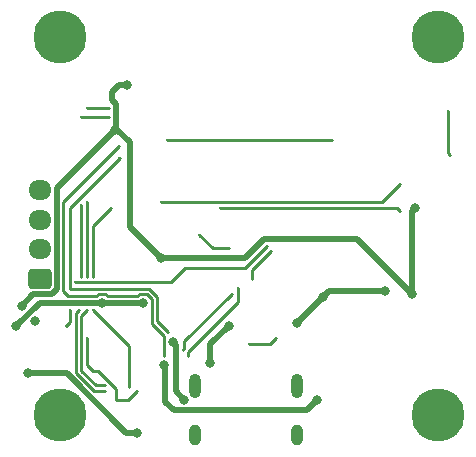
<source format=gbl>
G04 #@! TF.GenerationSoftware,KiCad,Pcbnew,7.0.6*
G04 #@! TF.CreationDate,2025-03-26T20:14:53+01:00*
G04 #@! TF.ProjectId,Stepper ESP,53746570-7065-4722-9045-53502e6b6963,rev?*
G04 #@! TF.SameCoordinates,Original*
G04 #@! TF.FileFunction,Copper,L2,Bot*
G04 #@! TF.FilePolarity,Positive*
%FSLAX46Y46*%
G04 Gerber Fmt 4.6, Leading zero omitted, Abs format (unit mm)*
G04 Created by KiCad (PCBNEW 7.0.6) date 2025-03-26 20:14:53*
%MOMM*%
%LPD*%
G01*
G04 APERTURE LIST*
G04 Aperture macros list*
%AMRoundRect*
0 Rectangle with rounded corners*
0 $1 Rounding radius*
0 $2 $3 $4 $5 $6 $7 $8 $9 X,Y pos of 4 corners*
0 Add a 4 corners polygon primitive as box body*
4,1,4,$2,$3,$4,$5,$6,$7,$8,$9,$2,$3,0*
0 Add four circle primitives for the rounded corners*
1,1,$1+$1,$2,$3*
1,1,$1+$1,$4,$5*
1,1,$1+$1,$6,$7*
1,1,$1+$1,$8,$9*
0 Add four rect primitives between the rounded corners*
20,1,$1+$1,$2,$3,$4,$5,0*
20,1,$1+$1,$4,$5,$6,$7,0*
20,1,$1+$1,$6,$7,$8,$9,0*
20,1,$1+$1,$8,$9,$2,$3,0*%
G04 Aperture macros list end*
G04 #@! TA.AperFunction,ComponentPad*
%ADD10O,1.000000X1.800000*%
G04 #@! TD*
G04 #@! TA.AperFunction,ComponentPad*
%ADD11O,1.000000X2.100000*%
G04 #@! TD*
G04 #@! TA.AperFunction,ComponentPad*
%ADD12RoundRect,0.250000X0.725000X-0.600000X0.725000X0.600000X-0.725000X0.600000X-0.725000X-0.600000X0*%
G04 #@! TD*
G04 #@! TA.AperFunction,ComponentPad*
%ADD13O,1.950000X1.700000*%
G04 #@! TD*
G04 #@! TA.AperFunction,ViaPad*
%ADD14C,0.800000*%
G04 #@! TD*
G04 #@! TA.AperFunction,ViaPad*
%ADD15C,0.300000*%
G04 #@! TD*
G04 #@! TA.AperFunction,ViaPad*
%ADD16C,4.500000*%
G04 #@! TD*
G04 #@! TA.AperFunction,Conductor*
%ADD17C,0.500000*%
G04 #@! TD*
G04 #@! TA.AperFunction,Conductor*
%ADD18C,0.250000*%
G04 #@! TD*
G04 APERTURE END LIST*
D10*
X114750000Y-79250000D03*
D11*
X114750000Y-75050000D03*
X106110000Y-75050000D03*
D10*
X106110000Y-79250000D03*
D12*
X93000000Y-66000000D03*
D13*
X93000000Y-63500000D03*
X93000000Y-61000000D03*
X93000000Y-58500000D03*
D14*
X124750000Y-60000000D03*
D15*
X127600000Y-51750000D03*
X127750000Y-55500000D03*
X97000000Y-71000000D03*
X97500000Y-73750000D03*
X99500000Y-76250000D03*
X101250000Y-75500000D03*
X99750000Y-55750000D03*
X99750000Y-54750000D03*
X111000500Y-66000000D03*
X112603201Y-63603201D03*
D16*
X94750000Y-45500000D03*
X94750000Y-77500000D03*
X126750000Y-77500000D03*
X126750000Y-45500000D03*
D15*
X117750000Y-54250000D03*
X96500000Y-52250000D03*
X96500000Y-59750000D03*
X96500000Y-65799500D03*
X96329365Y-68599089D03*
X98849500Y-52250000D03*
X98500000Y-75500000D03*
X98849014Y-51500000D03*
X97000000Y-51500000D03*
X97000000Y-59500000D03*
X97000000Y-65799500D03*
X98500000Y-75000000D03*
X97000000Y-68599500D03*
D14*
X91500000Y-68250000D03*
X99375000Y-53375000D03*
X122250000Y-67000000D03*
D15*
X112250000Y-63250000D03*
X113000000Y-71000000D03*
X110750000Y-71500000D03*
X95250000Y-70000000D03*
X95585523Y-68664477D03*
X99000000Y-60000000D03*
X96000000Y-66250000D03*
X97500000Y-65799500D03*
X97500000Y-68599500D03*
X100585523Y-75164477D03*
X106500000Y-62250000D03*
X109000000Y-63393246D03*
X109774500Y-66750000D03*
X105574000Y-72500000D03*
X103500000Y-72500000D03*
X103750000Y-54250000D03*
D14*
X100411789Y-49589267D03*
X103250000Y-64250000D03*
D15*
X109250000Y-67250000D03*
X105099500Y-72000000D03*
D14*
X109000000Y-70000000D03*
X107459140Y-73139500D03*
D15*
X103854027Y-70508076D03*
X108250000Y-59974500D03*
X123500000Y-60250000D03*
X103250000Y-59500000D03*
X123500000Y-58000000D03*
D14*
X116500000Y-76250000D03*
X91000000Y-70000000D03*
X101750000Y-68000000D03*
X98275499Y-68000000D03*
X92600688Y-69600688D03*
X103500000Y-73249503D03*
X124500000Y-67250000D03*
X117000000Y-67500000D03*
X114750000Y-69750000D03*
X101250000Y-79000000D03*
X92000000Y-74000000D03*
X104277341Y-71372659D03*
X105250000Y-76250000D03*
D17*
X124500000Y-60250000D02*
X124750000Y-60000000D01*
X124500000Y-67250000D02*
X124500000Y-60250000D01*
D18*
X127600000Y-55350000D02*
X127600000Y-51750000D01*
X127750000Y-55500000D02*
X127600000Y-55350000D01*
X97000000Y-71000000D02*
X97000000Y-73250000D01*
X97000000Y-73250000D02*
X97500000Y-73750000D01*
X99500000Y-75328248D02*
X99500000Y-76250000D01*
X97921752Y-73750000D02*
X99500000Y-75328248D01*
X97500000Y-73750000D02*
X97921752Y-73750000D01*
X100500000Y-76250000D02*
X99500000Y-76250000D01*
X101250000Y-75500000D02*
X100500000Y-76250000D01*
X99762299Y-55762299D02*
X99750000Y-55750000D01*
X107643246Y-63393246D02*
X106500000Y-62250000D01*
X109000000Y-63393246D02*
X107643246Y-63393246D01*
X105574000Y-72176000D02*
X105574000Y-72500000D01*
X109774500Y-67975500D02*
X105574000Y-72176000D01*
X109774500Y-66750000D02*
X109774500Y-67975500D01*
X112603201Y-63603201D02*
X111000500Y-65205902D01*
X111000500Y-65205902D02*
X111000500Y-66000000D01*
X105225000Y-71874500D02*
X105099500Y-72000000D01*
X105225000Y-71275000D02*
X105225000Y-71874500D01*
X109250000Y-67250000D02*
X105225000Y-71275000D01*
D17*
X104500000Y-75500000D02*
X105250000Y-76250000D01*
X104500000Y-71595318D02*
X104500000Y-75500000D01*
X104277341Y-71372659D02*
X104500000Y-71595318D01*
X110401471Y-64250000D02*
X103250000Y-64250000D01*
X112001471Y-62650000D02*
X110401471Y-64250000D01*
X124500000Y-67250000D02*
X119900000Y-62650000D01*
X119900000Y-62650000D02*
X112001471Y-62650000D01*
X107459140Y-71540860D02*
X109000000Y-70000000D01*
X107459140Y-73139500D02*
X107459140Y-71540860D01*
X100300431Y-79000000D02*
X101250000Y-79000000D01*
X95300431Y-74000000D02*
X100300431Y-79000000D01*
X92000000Y-74000000D02*
X95300431Y-74000000D01*
D18*
X96500000Y-52250000D02*
X98849500Y-52250000D01*
X96500000Y-65799500D02*
X96500000Y-59750000D01*
X96050000Y-68878454D02*
X96329365Y-68599089D01*
X96050000Y-73936396D02*
X96050000Y-68878454D01*
X97613604Y-75500000D02*
X96050000Y-73936396D01*
X98500000Y-75500000D02*
X97613604Y-75500000D01*
X96500000Y-69099500D02*
X97000000Y-68599500D01*
X96500000Y-73750000D02*
X96500000Y-69099500D01*
X98500000Y-75000000D02*
X97750000Y-75000000D01*
X97750000Y-75000000D02*
X96500000Y-73750000D01*
X97000000Y-51500000D02*
X98849014Y-51500000D01*
D17*
X100612299Y-61612299D02*
X103250000Y-64250000D01*
X100612299Y-54410217D02*
X100612299Y-61612299D01*
X99375000Y-53375000D02*
X99577082Y-53375000D01*
X99708651Y-49589267D02*
X100411789Y-49589267D01*
X99577082Y-53375000D02*
X100612299Y-54410217D01*
X99150000Y-50147918D02*
X99708651Y-49589267D01*
X99150000Y-50851375D02*
X99150000Y-50147918D01*
X99449014Y-51150389D02*
X99150000Y-50851375D01*
X99449014Y-53300986D02*
X99449014Y-51150389D01*
X99375000Y-53375000D02*
X99449014Y-53300986D01*
X92450000Y-67300000D02*
X91500000Y-68250000D01*
X94014949Y-67300000D02*
X92450000Y-67300000D01*
X94425000Y-58325000D02*
X94425000Y-66889949D01*
X94425000Y-66889949D02*
X94014949Y-67300000D01*
X99375000Y-53375000D02*
X94425000Y-58325000D01*
D18*
X97000000Y-61328248D02*
X97000000Y-59500000D01*
X97000000Y-65799500D02*
X97000000Y-61328248D01*
X95585523Y-69664477D02*
X95585523Y-68664477D01*
X95250000Y-70000000D02*
X95585523Y-69664477D01*
X97500000Y-65799500D02*
X97500000Y-61500000D01*
X97500000Y-61500000D02*
X99000000Y-60000000D01*
X100585523Y-71685023D02*
X100585523Y-75164477D01*
X97500000Y-68599500D02*
X100585523Y-71685023D01*
D17*
X117500000Y-67000000D02*
X117000000Y-67500000D01*
X122250000Y-67000000D02*
X117500000Y-67000000D01*
D18*
X96024500Y-66274500D02*
X96000000Y-66250000D01*
X104126828Y-66274500D02*
X96024500Y-66274500D01*
X105326328Y-65075000D02*
X104126828Y-66274500D01*
X112250000Y-63250000D02*
X110425000Y-65075000D01*
X110425000Y-65075000D02*
X105326328Y-65075000D01*
X112500000Y-71500000D02*
X113000000Y-71000000D01*
X110750000Y-71500000D02*
X112500000Y-71500000D01*
X95525000Y-59999598D02*
X99762299Y-55762299D01*
X95600000Y-66825000D02*
X95525000Y-66750000D01*
X102925000Y-69579049D02*
X102925000Y-67513299D01*
X95525000Y-66750000D02*
X95525000Y-59999598D01*
X103854027Y-70508076D02*
X102925000Y-69579049D01*
X102925000Y-67513299D02*
X102236701Y-66825000D01*
X102236701Y-66825000D02*
X95600000Y-66825000D01*
D17*
X103650500Y-73400003D02*
X103650500Y-76400500D01*
D18*
X103500000Y-73249503D02*
X103650500Y-73400003D01*
D17*
X103650500Y-76400500D02*
X104350000Y-77100000D01*
D18*
X103500000Y-70825801D02*
X103500000Y-72500000D01*
X103424199Y-70750000D02*
X103500000Y-70825801D01*
X102475000Y-69800801D02*
X103424199Y-70750000D01*
X102475000Y-68300305D02*
X102475000Y-69800801D01*
X108250000Y-59974500D02*
X123224500Y-59974500D01*
X123224500Y-59974500D02*
X123500000Y-60250000D01*
X122000000Y-59500000D02*
X123500000Y-58000000D01*
X103250000Y-59500000D02*
X122000000Y-59500000D01*
X103750000Y-54250000D02*
X117750000Y-54250000D01*
X95000000Y-59500000D02*
X99750000Y-54750000D01*
X95000000Y-67000000D02*
X95000000Y-59500000D01*
X95425000Y-67425000D02*
X95000000Y-67000000D01*
X97825194Y-67425000D02*
X95425000Y-67425000D01*
X97975194Y-67275000D02*
X97825194Y-67425000D01*
X98725804Y-67425000D02*
X98575804Y-67275000D01*
X101299695Y-67425000D02*
X98725804Y-67425000D01*
X102050305Y-67275000D02*
X101449695Y-67275000D01*
X101449695Y-67275000D02*
X101299695Y-67425000D01*
X102475000Y-67699695D02*
X102050305Y-67275000D01*
X102475000Y-68300305D02*
X102475000Y-67699695D01*
X98575804Y-67275000D02*
X97975194Y-67275000D01*
D17*
X115650000Y-77100000D02*
X116500000Y-76250000D01*
X104350000Y-77100000D02*
X115650000Y-77100000D01*
X93000000Y-68000000D02*
X91000000Y-70000000D01*
X98275499Y-68000000D02*
X93000000Y-68000000D01*
X101750000Y-68000000D02*
X98275499Y-68000000D01*
X114750000Y-69750000D02*
X117000000Y-67500000D01*
M02*

</source>
